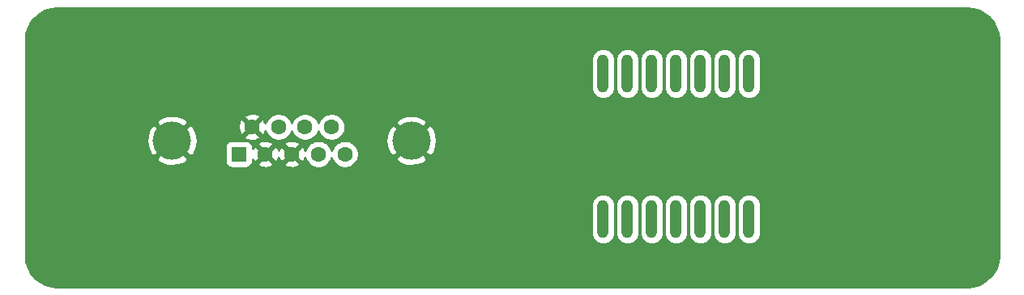
<source format=gbr>
G04 #@! TF.GenerationSoftware,KiCad,Pcbnew,(5.1.5-0)*
G04 #@! TF.CreationDate,2020-12-28T17:14:56-07:00*
G04 #@! TF.ProjectId,back_v2,6261636b-5f76-4322-9e6b-696361645f70,rev?*
G04 #@! TF.SameCoordinates,Original*
G04 #@! TF.FileFunction,Copper,L2,Bot*
G04 #@! TF.FilePolarity,Positive*
%FSLAX46Y46*%
G04 Gerber Fmt 4.6, Leading zero omitted, Abs format (unit mm)*
G04 Created by KiCad (PCBNEW (5.1.5-0)) date 2020-12-28 17:14:56*
%MOMM*%
%LPD*%
G04 APERTURE LIST*
%ADD10O,1.200000X4.000000*%
%ADD11C,4.000000*%
%ADD12C,1.600000*%
%ADD13R,1.600000X1.600000*%
%ADD14C,5.800000*%
%ADD15C,0.254000*%
G04 APERTURE END LIST*
D10*
X157080000Y-118820000D03*
X157080000Y-103580000D03*
X159620000Y-118820000D03*
X159620000Y-103580000D03*
X162160000Y-118820000D03*
X162160000Y-103580000D03*
X164700000Y-118820000D03*
X164700000Y-103580000D03*
X167240000Y-118820000D03*
X167240000Y-103580000D03*
X169780000Y-118820000D03*
X169780000Y-103580000D03*
X172320000Y-118820000D03*
X172320000Y-103580000D03*
D11*
X137040000Y-110580000D03*
X112040000Y-110580000D03*
D12*
X128695000Y-109160000D03*
X125925000Y-109160000D03*
X123155000Y-109160000D03*
X120385000Y-109160000D03*
X130080000Y-112000000D03*
X127310000Y-112000000D03*
X124540000Y-112000000D03*
X121770000Y-112000000D03*
D13*
X119000000Y-112000000D03*
D14*
X100000000Y-100000000D03*
X100000000Y-122630000D03*
X195130000Y-100000000D03*
X195130000Y-122630000D03*
D15*
G36*
X195765502Y-96790476D02*
G01*
X196376802Y-96975039D01*
X196940603Y-97274817D01*
X197435445Y-97678399D01*
X197842474Y-98170412D01*
X198146184Y-98732112D01*
X198335008Y-99342104D01*
X198405000Y-100008036D01*
X198405001Y-122597712D01*
X198339524Y-123265501D01*
X198154962Y-123876800D01*
X197855183Y-124440603D01*
X197451598Y-124935447D01*
X196959587Y-125342474D01*
X196397888Y-125646184D01*
X195787896Y-125835008D01*
X195121964Y-125905000D01*
X100032278Y-125905000D01*
X99364499Y-125839524D01*
X98753200Y-125654962D01*
X98189397Y-125355183D01*
X97694553Y-124951598D01*
X97287526Y-124459587D01*
X96983816Y-123897888D01*
X96794992Y-123287896D01*
X96725000Y-122621964D01*
X96725000Y-120280664D01*
X155845000Y-120280664D01*
X155862870Y-120462101D01*
X155933489Y-120694900D01*
X156048167Y-120909448D01*
X156202498Y-121097502D01*
X156390551Y-121251833D01*
X156605099Y-121366511D01*
X156837898Y-121437130D01*
X157080000Y-121460975D01*
X157322101Y-121437130D01*
X157554900Y-121366511D01*
X157769448Y-121251833D01*
X157957502Y-121097502D01*
X158111833Y-120909449D01*
X158226511Y-120694901D01*
X158297130Y-120462102D01*
X158315000Y-120280665D01*
X158315000Y-120280664D01*
X158385000Y-120280664D01*
X158402870Y-120462101D01*
X158473489Y-120694900D01*
X158588167Y-120909448D01*
X158742498Y-121097502D01*
X158930551Y-121251833D01*
X159145099Y-121366511D01*
X159377898Y-121437130D01*
X159620000Y-121460975D01*
X159862101Y-121437130D01*
X160094900Y-121366511D01*
X160309448Y-121251833D01*
X160497502Y-121097502D01*
X160651833Y-120909449D01*
X160766511Y-120694901D01*
X160837130Y-120462102D01*
X160855000Y-120280665D01*
X160855000Y-120280664D01*
X160925000Y-120280664D01*
X160942870Y-120462101D01*
X161013489Y-120694900D01*
X161128167Y-120909448D01*
X161282498Y-121097502D01*
X161470551Y-121251833D01*
X161685099Y-121366511D01*
X161917898Y-121437130D01*
X162160000Y-121460975D01*
X162402101Y-121437130D01*
X162634900Y-121366511D01*
X162849448Y-121251833D01*
X163037502Y-121097502D01*
X163191833Y-120909449D01*
X163306511Y-120694901D01*
X163377130Y-120462102D01*
X163395000Y-120280665D01*
X163395000Y-120280664D01*
X163465000Y-120280664D01*
X163482870Y-120462101D01*
X163553489Y-120694900D01*
X163668167Y-120909448D01*
X163822498Y-121097502D01*
X164010551Y-121251833D01*
X164225099Y-121366511D01*
X164457898Y-121437130D01*
X164700000Y-121460975D01*
X164942101Y-121437130D01*
X165174900Y-121366511D01*
X165389448Y-121251833D01*
X165577502Y-121097502D01*
X165731833Y-120909449D01*
X165846511Y-120694901D01*
X165917130Y-120462102D01*
X165935000Y-120280665D01*
X165935000Y-120280664D01*
X166005000Y-120280664D01*
X166022870Y-120462101D01*
X166093489Y-120694900D01*
X166208167Y-120909448D01*
X166362498Y-121097502D01*
X166550551Y-121251833D01*
X166765099Y-121366511D01*
X166997898Y-121437130D01*
X167240000Y-121460975D01*
X167482101Y-121437130D01*
X167714900Y-121366511D01*
X167929448Y-121251833D01*
X168117502Y-121097502D01*
X168271833Y-120909449D01*
X168386511Y-120694901D01*
X168457130Y-120462102D01*
X168475000Y-120280665D01*
X168475000Y-120280664D01*
X168545000Y-120280664D01*
X168562870Y-120462101D01*
X168633489Y-120694900D01*
X168748167Y-120909448D01*
X168902498Y-121097502D01*
X169090551Y-121251833D01*
X169305099Y-121366511D01*
X169537898Y-121437130D01*
X169780000Y-121460975D01*
X170022101Y-121437130D01*
X170254900Y-121366511D01*
X170469448Y-121251833D01*
X170657502Y-121097502D01*
X170811833Y-120909449D01*
X170926511Y-120694901D01*
X170997130Y-120462102D01*
X171015000Y-120280665D01*
X171015000Y-120280664D01*
X171085000Y-120280664D01*
X171102870Y-120462101D01*
X171173489Y-120694900D01*
X171288167Y-120909448D01*
X171442498Y-121097502D01*
X171630551Y-121251833D01*
X171845099Y-121366511D01*
X172077898Y-121437130D01*
X172320000Y-121460975D01*
X172562101Y-121437130D01*
X172794900Y-121366511D01*
X173009448Y-121251833D01*
X173197502Y-121097502D01*
X173351833Y-120909449D01*
X173466511Y-120694901D01*
X173537130Y-120462102D01*
X173555000Y-120280665D01*
X173555000Y-117359335D01*
X173537130Y-117177898D01*
X173466511Y-116945099D01*
X173351833Y-116730551D01*
X173197502Y-116542498D01*
X173009449Y-116388167D01*
X172794901Y-116273489D01*
X172562102Y-116202870D01*
X172320000Y-116179025D01*
X172077899Y-116202870D01*
X171845100Y-116273489D01*
X171630552Y-116388167D01*
X171442499Y-116542498D01*
X171288168Y-116730551D01*
X171173490Y-116945099D01*
X171102871Y-117177898D01*
X171085001Y-117359335D01*
X171085000Y-120280664D01*
X171015000Y-120280664D01*
X171015000Y-117359335D01*
X170997130Y-117177898D01*
X170926511Y-116945099D01*
X170811833Y-116730551D01*
X170657502Y-116542498D01*
X170469449Y-116388167D01*
X170254901Y-116273489D01*
X170022102Y-116202870D01*
X169780000Y-116179025D01*
X169537899Y-116202870D01*
X169305100Y-116273489D01*
X169090552Y-116388167D01*
X168902499Y-116542498D01*
X168748168Y-116730551D01*
X168633490Y-116945099D01*
X168562871Y-117177898D01*
X168545001Y-117359335D01*
X168545000Y-120280664D01*
X168475000Y-120280664D01*
X168475000Y-117359335D01*
X168457130Y-117177898D01*
X168386511Y-116945099D01*
X168271833Y-116730551D01*
X168117502Y-116542498D01*
X167929449Y-116388167D01*
X167714901Y-116273489D01*
X167482102Y-116202870D01*
X167240000Y-116179025D01*
X166997899Y-116202870D01*
X166765100Y-116273489D01*
X166550552Y-116388167D01*
X166362499Y-116542498D01*
X166208168Y-116730551D01*
X166093490Y-116945099D01*
X166022871Y-117177898D01*
X166005001Y-117359335D01*
X166005000Y-120280664D01*
X165935000Y-120280664D01*
X165935000Y-117359335D01*
X165917130Y-117177898D01*
X165846511Y-116945099D01*
X165731833Y-116730551D01*
X165577502Y-116542498D01*
X165389449Y-116388167D01*
X165174901Y-116273489D01*
X164942102Y-116202870D01*
X164700000Y-116179025D01*
X164457899Y-116202870D01*
X164225100Y-116273489D01*
X164010552Y-116388167D01*
X163822499Y-116542498D01*
X163668168Y-116730551D01*
X163553490Y-116945099D01*
X163482871Y-117177898D01*
X163465001Y-117359335D01*
X163465000Y-120280664D01*
X163395000Y-120280664D01*
X163395000Y-117359335D01*
X163377130Y-117177898D01*
X163306511Y-116945099D01*
X163191833Y-116730551D01*
X163037502Y-116542498D01*
X162849449Y-116388167D01*
X162634901Y-116273489D01*
X162402102Y-116202870D01*
X162160000Y-116179025D01*
X161917899Y-116202870D01*
X161685100Y-116273489D01*
X161470552Y-116388167D01*
X161282499Y-116542498D01*
X161128168Y-116730551D01*
X161013490Y-116945099D01*
X160942871Y-117177898D01*
X160925001Y-117359335D01*
X160925000Y-120280664D01*
X160855000Y-120280664D01*
X160855000Y-117359335D01*
X160837130Y-117177898D01*
X160766511Y-116945099D01*
X160651833Y-116730551D01*
X160497502Y-116542498D01*
X160309449Y-116388167D01*
X160094901Y-116273489D01*
X159862102Y-116202870D01*
X159620000Y-116179025D01*
X159377899Y-116202870D01*
X159145100Y-116273489D01*
X158930552Y-116388167D01*
X158742499Y-116542498D01*
X158588168Y-116730551D01*
X158473490Y-116945099D01*
X158402871Y-117177898D01*
X158385001Y-117359335D01*
X158385000Y-120280664D01*
X158315000Y-120280664D01*
X158315000Y-117359335D01*
X158297130Y-117177898D01*
X158226511Y-116945099D01*
X158111833Y-116730551D01*
X157957502Y-116542498D01*
X157769449Y-116388167D01*
X157554901Y-116273489D01*
X157322102Y-116202870D01*
X157080000Y-116179025D01*
X156837899Y-116202870D01*
X156605100Y-116273489D01*
X156390552Y-116388167D01*
X156202499Y-116542498D01*
X156048168Y-116730551D01*
X155933490Y-116945099D01*
X155862871Y-117177898D01*
X155845001Y-117359335D01*
X155845000Y-120280664D01*
X96725000Y-120280664D01*
X96725000Y-112427499D01*
X110372106Y-112427499D01*
X110588228Y-112794258D01*
X111048105Y-113034938D01*
X111546098Y-113181275D01*
X112063071Y-113227648D01*
X112579159Y-113172273D01*
X113074526Y-113017279D01*
X113491772Y-112794258D01*
X113707894Y-112427499D01*
X112040000Y-110759605D01*
X110372106Y-112427499D01*
X96725000Y-112427499D01*
X96725000Y-110603071D01*
X109392352Y-110603071D01*
X109447727Y-111119159D01*
X109602721Y-111614526D01*
X109825742Y-112031772D01*
X110192501Y-112247894D01*
X111860395Y-110580000D01*
X112219605Y-110580000D01*
X113887499Y-112247894D01*
X114254258Y-112031772D01*
X114494938Y-111571895D01*
X114604220Y-111200000D01*
X117561928Y-111200000D01*
X117561928Y-112800000D01*
X117574188Y-112924482D01*
X117610498Y-113044180D01*
X117669463Y-113154494D01*
X117748815Y-113251185D01*
X117845506Y-113330537D01*
X117955820Y-113389502D01*
X118075518Y-113425812D01*
X118200000Y-113438072D01*
X119800000Y-113438072D01*
X119924482Y-113425812D01*
X120044180Y-113389502D01*
X120154494Y-113330537D01*
X120251185Y-113251185D01*
X120330537Y-113154494D01*
X120389502Y-113044180D01*
X120405117Y-112992702D01*
X120956903Y-112992702D01*
X121028486Y-113236671D01*
X121283996Y-113357571D01*
X121558184Y-113426300D01*
X121840512Y-113440217D01*
X122120130Y-113398787D01*
X122386292Y-113303603D01*
X122511514Y-113236671D01*
X122583097Y-112992702D01*
X123726903Y-112992702D01*
X123798486Y-113236671D01*
X124053996Y-113357571D01*
X124328184Y-113426300D01*
X124610512Y-113440217D01*
X124890130Y-113398787D01*
X125156292Y-113303603D01*
X125281514Y-113236671D01*
X125353097Y-112992702D01*
X124540000Y-112179605D01*
X123726903Y-112992702D01*
X122583097Y-112992702D01*
X121770000Y-112179605D01*
X120956903Y-112992702D01*
X120405117Y-112992702D01*
X120425812Y-112924482D01*
X120438072Y-112800000D01*
X120438072Y-112537087D01*
X120466397Y-112616292D01*
X120533329Y-112741514D01*
X120777298Y-112813097D01*
X121590395Y-112000000D01*
X121949605Y-112000000D01*
X122762702Y-112813097D01*
X123006671Y-112741514D01*
X123127571Y-112486004D01*
X123153216Y-112383695D01*
X123236397Y-112616292D01*
X123303329Y-112741514D01*
X123547298Y-112813097D01*
X124360395Y-112000000D01*
X124719605Y-112000000D01*
X125532702Y-112813097D01*
X125776671Y-112741514D01*
X125897571Y-112486004D01*
X125923212Y-112383711D01*
X125930147Y-112418574D01*
X126038320Y-112679727D01*
X126195363Y-112914759D01*
X126395241Y-113114637D01*
X126630273Y-113271680D01*
X126891426Y-113379853D01*
X127168665Y-113435000D01*
X127451335Y-113435000D01*
X127728574Y-113379853D01*
X127989727Y-113271680D01*
X128224759Y-113114637D01*
X128424637Y-112914759D01*
X128581680Y-112679727D01*
X128689853Y-112418574D01*
X128695000Y-112392699D01*
X128700147Y-112418574D01*
X128808320Y-112679727D01*
X128965363Y-112914759D01*
X129165241Y-113114637D01*
X129400273Y-113271680D01*
X129661426Y-113379853D01*
X129938665Y-113435000D01*
X130221335Y-113435000D01*
X130498574Y-113379853D01*
X130759727Y-113271680D01*
X130994759Y-113114637D01*
X131194637Y-112914759D01*
X131351680Y-112679727D01*
X131456156Y-112427499D01*
X135372106Y-112427499D01*
X135588228Y-112794258D01*
X136048105Y-113034938D01*
X136546098Y-113181275D01*
X137063071Y-113227648D01*
X137579159Y-113172273D01*
X138074526Y-113017279D01*
X138491772Y-112794258D01*
X138707894Y-112427499D01*
X137040000Y-110759605D01*
X135372106Y-112427499D01*
X131456156Y-112427499D01*
X131459853Y-112418574D01*
X131515000Y-112141335D01*
X131515000Y-111858665D01*
X131459853Y-111581426D01*
X131351680Y-111320273D01*
X131194637Y-111085241D01*
X130994759Y-110885363D01*
X130759727Y-110728320D01*
X130498574Y-110620147D01*
X130412729Y-110603071D01*
X134392352Y-110603071D01*
X134447727Y-111119159D01*
X134602721Y-111614526D01*
X134825742Y-112031772D01*
X135192501Y-112247894D01*
X136860395Y-110580000D01*
X137219605Y-110580000D01*
X138887499Y-112247894D01*
X139254258Y-112031772D01*
X139494938Y-111571895D01*
X139641275Y-111073902D01*
X139687648Y-110556929D01*
X139632273Y-110040841D01*
X139477279Y-109545474D01*
X139254258Y-109128228D01*
X138887499Y-108912106D01*
X137219605Y-110580000D01*
X136860395Y-110580000D01*
X135192501Y-108912106D01*
X134825742Y-109128228D01*
X134585062Y-109588105D01*
X134438725Y-110086098D01*
X134392352Y-110603071D01*
X130412729Y-110603071D01*
X130221335Y-110565000D01*
X129938665Y-110565000D01*
X129661426Y-110620147D01*
X129400273Y-110728320D01*
X129165241Y-110885363D01*
X128965363Y-111085241D01*
X128808320Y-111320273D01*
X128700147Y-111581426D01*
X128695000Y-111607301D01*
X128689853Y-111581426D01*
X128581680Y-111320273D01*
X128424637Y-111085241D01*
X128224759Y-110885363D01*
X127989727Y-110728320D01*
X127728574Y-110620147D01*
X127451335Y-110565000D01*
X127168665Y-110565000D01*
X126891426Y-110620147D01*
X126630273Y-110728320D01*
X126395241Y-110885363D01*
X126195363Y-111085241D01*
X126038320Y-111320273D01*
X125930147Y-111581426D01*
X125924487Y-111609882D01*
X125843603Y-111383708D01*
X125776671Y-111258486D01*
X125532702Y-111186903D01*
X124719605Y-112000000D01*
X124360395Y-112000000D01*
X123547298Y-111186903D01*
X123303329Y-111258486D01*
X123182429Y-111513996D01*
X123156784Y-111616305D01*
X123073603Y-111383708D01*
X123006671Y-111258486D01*
X122762702Y-111186903D01*
X121949605Y-112000000D01*
X121590395Y-112000000D01*
X120777298Y-111186903D01*
X120533329Y-111258486D01*
X120438072Y-111459802D01*
X120438072Y-111200000D01*
X120425812Y-111075518D01*
X120405118Y-111007298D01*
X120956903Y-111007298D01*
X121770000Y-111820395D01*
X122583097Y-111007298D01*
X123726903Y-111007298D01*
X124540000Y-111820395D01*
X125353097Y-111007298D01*
X125281514Y-110763329D01*
X125026004Y-110642429D01*
X124751816Y-110573700D01*
X124469488Y-110559783D01*
X124189870Y-110601213D01*
X123923708Y-110696397D01*
X123798486Y-110763329D01*
X123726903Y-111007298D01*
X122583097Y-111007298D01*
X122511514Y-110763329D01*
X122256004Y-110642429D01*
X121981816Y-110573700D01*
X121699488Y-110559783D01*
X121419870Y-110601213D01*
X121153708Y-110696397D01*
X121028486Y-110763329D01*
X120956903Y-111007298D01*
X120405118Y-111007298D01*
X120389502Y-110955820D01*
X120330537Y-110845506D01*
X120251185Y-110748815D01*
X120154494Y-110669463D01*
X120044180Y-110610498D01*
X119924482Y-110574188D01*
X119800000Y-110561928D01*
X118200000Y-110561928D01*
X118075518Y-110574188D01*
X117955820Y-110610498D01*
X117845506Y-110669463D01*
X117748815Y-110748815D01*
X117669463Y-110845506D01*
X117610498Y-110955820D01*
X117574188Y-111075518D01*
X117561928Y-111200000D01*
X114604220Y-111200000D01*
X114641275Y-111073902D01*
X114687648Y-110556929D01*
X114644276Y-110152702D01*
X119571903Y-110152702D01*
X119643486Y-110396671D01*
X119898996Y-110517571D01*
X120173184Y-110586300D01*
X120455512Y-110600217D01*
X120735130Y-110558787D01*
X121001292Y-110463603D01*
X121126514Y-110396671D01*
X121198097Y-110152702D01*
X120385000Y-109339605D01*
X119571903Y-110152702D01*
X114644276Y-110152702D01*
X114632273Y-110040841D01*
X114477279Y-109545474D01*
X114308930Y-109230512D01*
X118944783Y-109230512D01*
X118986213Y-109510130D01*
X119081397Y-109776292D01*
X119148329Y-109901514D01*
X119392298Y-109973097D01*
X120205395Y-109160000D01*
X120564605Y-109160000D01*
X121377702Y-109973097D01*
X121621671Y-109901514D01*
X121742571Y-109646004D01*
X121768212Y-109543711D01*
X121775147Y-109578574D01*
X121883320Y-109839727D01*
X122040363Y-110074759D01*
X122240241Y-110274637D01*
X122475273Y-110431680D01*
X122736426Y-110539853D01*
X123013665Y-110595000D01*
X123296335Y-110595000D01*
X123573574Y-110539853D01*
X123834727Y-110431680D01*
X124069759Y-110274637D01*
X124269637Y-110074759D01*
X124426680Y-109839727D01*
X124534853Y-109578574D01*
X124540000Y-109552699D01*
X124545147Y-109578574D01*
X124653320Y-109839727D01*
X124810363Y-110074759D01*
X125010241Y-110274637D01*
X125245273Y-110431680D01*
X125506426Y-110539853D01*
X125783665Y-110595000D01*
X126066335Y-110595000D01*
X126343574Y-110539853D01*
X126604727Y-110431680D01*
X126839759Y-110274637D01*
X127039637Y-110074759D01*
X127196680Y-109839727D01*
X127304853Y-109578574D01*
X127310000Y-109552699D01*
X127315147Y-109578574D01*
X127423320Y-109839727D01*
X127580363Y-110074759D01*
X127780241Y-110274637D01*
X128015273Y-110431680D01*
X128276426Y-110539853D01*
X128553665Y-110595000D01*
X128836335Y-110595000D01*
X129113574Y-110539853D01*
X129374727Y-110431680D01*
X129609759Y-110274637D01*
X129809637Y-110074759D01*
X129966680Y-109839727D01*
X130074853Y-109578574D01*
X130130000Y-109301335D01*
X130130000Y-109018665D01*
X130074853Y-108741426D01*
X130071157Y-108732501D01*
X135372106Y-108732501D01*
X137040000Y-110400395D01*
X138707894Y-108732501D01*
X138491772Y-108365742D01*
X138031895Y-108125062D01*
X137533902Y-107978725D01*
X137016929Y-107932352D01*
X136500841Y-107987727D01*
X136005474Y-108142721D01*
X135588228Y-108365742D01*
X135372106Y-108732501D01*
X130071157Y-108732501D01*
X129966680Y-108480273D01*
X129809637Y-108245241D01*
X129609759Y-108045363D01*
X129374727Y-107888320D01*
X129113574Y-107780147D01*
X128836335Y-107725000D01*
X128553665Y-107725000D01*
X128276426Y-107780147D01*
X128015273Y-107888320D01*
X127780241Y-108045363D01*
X127580363Y-108245241D01*
X127423320Y-108480273D01*
X127315147Y-108741426D01*
X127310000Y-108767301D01*
X127304853Y-108741426D01*
X127196680Y-108480273D01*
X127039637Y-108245241D01*
X126839759Y-108045363D01*
X126604727Y-107888320D01*
X126343574Y-107780147D01*
X126066335Y-107725000D01*
X125783665Y-107725000D01*
X125506426Y-107780147D01*
X125245273Y-107888320D01*
X125010241Y-108045363D01*
X124810363Y-108245241D01*
X124653320Y-108480273D01*
X124545147Y-108741426D01*
X124540000Y-108767301D01*
X124534853Y-108741426D01*
X124426680Y-108480273D01*
X124269637Y-108245241D01*
X124069759Y-108045363D01*
X123834727Y-107888320D01*
X123573574Y-107780147D01*
X123296335Y-107725000D01*
X123013665Y-107725000D01*
X122736426Y-107780147D01*
X122475273Y-107888320D01*
X122240241Y-108045363D01*
X122040363Y-108245241D01*
X121883320Y-108480273D01*
X121775147Y-108741426D01*
X121769487Y-108769882D01*
X121688603Y-108543708D01*
X121621671Y-108418486D01*
X121377702Y-108346903D01*
X120564605Y-109160000D01*
X120205395Y-109160000D01*
X119392298Y-108346903D01*
X119148329Y-108418486D01*
X119027429Y-108673996D01*
X118958700Y-108948184D01*
X118944783Y-109230512D01*
X114308930Y-109230512D01*
X114254258Y-109128228D01*
X113887499Y-108912106D01*
X112219605Y-110580000D01*
X111860395Y-110580000D01*
X110192501Y-108912106D01*
X109825742Y-109128228D01*
X109585062Y-109588105D01*
X109438725Y-110086098D01*
X109392352Y-110603071D01*
X96725000Y-110603071D01*
X96725000Y-108732501D01*
X110372106Y-108732501D01*
X112040000Y-110400395D01*
X113707894Y-108732501D01*
X113491772Y-108365742D01*
X113112598Y-108167298D01*
X119571903Y-108167298D01*
X120385000Y-108980395D01*
X121198097Y-108167298D01*
X121126514Y-107923329D01*
X120871004Y-107802429D01*
X120596816Y-107733700D01*
X120314488Y-107719783D01*
X120034870Y-107761213D01*
X119768708Y-107856397D01*
X119643486Y-107923329D01*
X119571903Y-108167298D01*
X113112598Y-108167298D01*
X113031895Y-108125062D01*
X112533902Y-107978725D01*
X112016929Y-107932352D01*
X111500841Y-107987727D01*
X111005474Y-108142721D01*
X110588228Y-108365742D01*
X110372106Y-108732501D01*
X96725000Y-108732501D01*
X96725000Y-105040664D01*
X155845000Y-105040664D01*
X155862870Y-105222101D01*
X155933489Y-105454900D01*
X156048167Y-105669448D01*
X156202498Y-105857502D01*
X156390551Y-106011833D01*
X156605099Y-106126511D01*
X156837898Y-106197130D01*
X157080000Y-106220975D01*
X157322101Y-106197130D01*
X157554900Y-106126511D01*
X157769448Y-106011833D01*
X157957502Y-105857502D01*
X158111833Y-105669449D01*
X158226511Y-105454901D01*
X158297130Y-105222102D01*
X158315000Y-105040665D01*
X158315000Y-105040664D01*
X158385000Y-105040664D01*
X158402870Y-105222101D01*
X158473489Y-105454900D01*
X158588167Y-105669448D01*
X158742498Y-105857502D01*
X158930551Y-106011833D01*
X159145099Y-106126511D01*
X159377898Y-106197130D01*
X159620000Y-106220975D01*
X159862101Y-106197130D01*
X160094900Y-106126511D01*
X160309448Y-106011833D01*
X160497502Y-105857502D01*
X160651833Y-105669449D01*
X160766511Y-105454901D01*
X160837130Y-105222102D01*
X160855000Y-105040665D01*
X160855000Y-105040664D01*
X160925000Y-105040664D01*
X160942870Y-105222101D01*
X161013489Y-105454900D01*
X161128167Y-105669448D01*
X161282498Y-105857502D01*
X161470551Y-106011833D01*
X161685099Y-106126511D01*
X161917898Y-106197130D01*
X162160000Y-106220975D01*
X162402101Y-106197130D01*
X162634900Y-106126511D01*
X162849448Y-106011833D01*
X163037502Y-105857502D01*
X163191833Y-105669449D01*
X163306511Y-105454901D01*
X163377130Y-105222102D01*
X163395000Y-105040665D01*
X163395000Y-105040664D01*
X163465000Y-105040664D01*
X163482870Y-105222101D01*
X163553489Y-105454900D01*
X163668167Y-105669448D01*
X163822498Y-105857502D01*
X164010551Y-106011833D01*
X164225099Y-106126511D01*
X164457898Y-106197130D01*
X164700000Y-106220975D01*
X164942101Y-106197130D01*
X165174900Y-106126511D01*
X165389448Y-106011833D01*
X165577502Y-105857502D01*
X165731833Y-105669449D01*
X165846511Y-105454901D01*
X165917130Y-105222102D01*
X165935000Y-105040665D01*
X165935000Y-105040664D01*
X166005000Y-105040664D01*
X166022870Y-105222101D01*
X166093489Y-105454900D01*
X166208167Y-105669448D01*
X166362498Y-105857502D01*
X166550551Y-106011833D01*
X166765099Y-106126511D01*
X166997898Y-106197130D01*
X167240000Y-106220975D01*
X167482101Y-106197130D01*
X167714900Y-106126511D01*
X167929448Y-106011833D01*
X168117502Y-105857502D01*
X168271833Y-105669449D01*
X168386511Y-105454901D01*
X168457130Y-105222102D01*
X168475000Y-105040665D01*
X168475000Y-105040664D01*
X168545000Y-105040664D01*
X168562870Y-105222101D01*
X168633489Y-105454900D01*
X168748167Y-105669448D01*
X168902498Y-105857502D01*
X169090551Y-106011833D01*
X169305099Y-106126511D01*
X169537898Y-106197130D01*
X169780000Y-106220975D01*
X170022101Y-106197130D01*
X170254900Y-106126511D01*
X170469448Y-106011833D01*
X170657502Y-105857502D01*
X170811833Y-105669449D01*
X170926511Y-105454901D01*
X170997130Y-105222102D01*
X171015000Y-105040665D01*
X171015000Y-105040664D01*
X171085000Y-105040664D01*
X171102870Y-105222101D01*
X171173489Y-105454900D01*
X171288167Y-105669448D01*
X171442498Y-105857502D01*
X171630551Y-106011833D01*
X171845099Y-106126511D01*
X172077898Y-106197130D01*
X172320000Y-106220975D01*
X172562101Y-106197130D01*
X172794900Y-106126511D01*
X173009448Y-106011833D01*
X173197502Y-105857502D01*
X173351833Y-105669449D01*
X173466511Y-105454901D01*
X173537130Y-105222102D01*
X173555000Y-105040665D01*
X173555000Y-102119335D01*
X173537130Y-101937898D01*
X173466511Y-101705099D01*
X173351833Y-101490551D01*
X173197502Y-101302498D01*
X173009449Y-101148167D01*
X172794901Y-101033489D01*
X172562102Y-100962870D01*
X172320000Y-100939025D01*
X172077899Y-100962870D01*
X171845100Y-101033489D01*
X171630552Y-101148167D01*
X171442499Y-101302498D01*
X171288168Y-101490551D01*
X171173490Y-101705099D01*
X171102871Y-101937898D01*
X171085001Y-102119335D01*
X171085000Y-105040664D01*
X171015000Y-105040664D01*
X171015000Y-102119335D01*
X170997130Y-101937898D01*
X170926511Y-101705099D01*
X170811833Y-101490551D01*
X170657502Y-101302498D01*
X170469449Y-101148167D01*
X170254901Y-101033489D01*
X170022102Y-100962870D01*
X169780000Y-100939025D01*
X169537899Y-100962870D01*
X169305100Y-101033489D01*
X169090552Y-101148167D01*
X168902499Y-101302498D01*
X168748168Y-101490551D01*
X168633490Y-101705099D01*
X168562871Y-101937898D01*
X168545001Y-102119335D01*
X168545000Y-105040664D01*
X168475000Y-105040664D01*
X168475000Y-102119335D01*
X168457130Y-101937898D01*
X168386511Y-101705099D01*
X168271833Y-101490551D01*
X168117502Y-101302498D01*
X167929449Y-101148167D01*
X167714901Y-101033489D01*
X167482102Y-100962870D01*
X167240000Y-100939025D01*
X166997899Y-100962870D01*
X166765100Y-101033489D01*
X166550552Y-101148167D01*
X166362499Y-101302498D01*
X166208168Y-101490551D01*
X166093490Y-101705099D01*
X166022871Y-101937898D01*
X166005001Y-102119335D01*
X166005000Y-105040664D01*
X165935000Y-105040664D01*
X165935000Y-102119335D01*
X165917130Y-101937898D01*
X165846511Y-101705099D01*
X165731833Y-101490551D01*
X165577502Y-101302498D01*
X165389449Y-101148167D01*
X165174901Y-101033489D01*
X164942102Y-100962870D01*
X164700000Y-100939025D01*
X164457899Y-100962870D01*
X164225100Y-101033489D01*
X164010552Y-101148167D01*
X163822499Y-101302498D01*
X163668168Y-101490551D01*
X163553490Y-101705099D01*
X163482871Y-101937898D01*
X163465001Y-102119335D01*
X163465000Y-105040664D01*
X163395000Y-105040664D01*
X163395000Y-102119335D01*
X163377130Y-101937898D01*
X163306511Y-101705099D01*
X163191833Y-101490551D01*
X163037502Y-101302498D01*
X162849449Y-101148167D01*
X162634901Y-101033489D01*
X162402102Y-100962870D01*
X162160000Y-100939025D01*
X161917899Y-100962870D01*
X161685100Y-101033489D01*
X161470552Y-101148167D01*
X161282499Y-101302498D01*
X161128168Y-101490551D01*
X161013490Y-101705099D01*
X160942871Y-101937898D01*
X160925001Y-102119335D01*
X160925000Y-105040664D01*
X160855000Y-105040664D01*
X160855000Y-102119335D01*
X160837130Y-101937898D01*
X160766511Y-101705099D01*
X160651833Y-101490551D01*
X160497502Y-101302498D01*
X160309449Y-101148167D01*
X160094901Y-101033489D01*
X159862102Y-100962870D01*
X159620000Y-100939025D01*
X159377899Y-100962870D01*
X159145100Y-101033489D01*
X158930552Y-101148167D01*
X158742499Y-101302498D01*
X158588168Y-101490551D01*
X158473490Y-101705099D01*
X158402871Y-101937898D01*
X158385001Y-102119335D01*
X158385000Y-105040664D01*
X158315000Y-105040664D01*
X158315000Y-102119335D01*
X158297130Y-101937898D01*
X158226511Y-101705099D01*
X158111833Y-101490551D01*
X157957502Y-101302498D01*
X157769449Y-101148167D01*
X157554901Y-101033489D01*
X157322102Y-100962870D01*
X157080000Y-100939025D01*
X156837899Y-100962870D01*
X156605100Y-101033489D01*
X156390552Y-101148167D01*
X156202499Y-101302498D01*
X156048168Y-101490551D01*
X155933490Y-101705099D01*
X155862871Y-101937898D01*
X155845001Y-102119335D01*
X155845000Y-105040664D01*
X96725000Y-105040664D01*
X96725000Y-100032278D01*
X96790476Y-99364498D01*
X96975039Y-98753198D01*
X97274817Y-98189397D01*
X97678399Y-97694555D01*
X98170412Y-97287526D01*
X98732112Y-96983816D01*
X99342104Y-96794992D01*
X100008036Y-96725000D01*
X195097722Y-96725000D01*
X195765502Y-96790476D01*
G37*
X195765502Y-96790476D02*
X196376802Y-96975039D01*
X196940603Y-97274817D01*
X197435445Y-97678399D01*
X197842474Y-98170412D01*
X198146184Y-98732112D01*
X198335008Y-99342104D01*
X198405000Y-100008036D01*
X198405001Y-122597712D01*
X198339524Y-123265501D01*
X198154962Y-123876800D01*
X197855183Y-124440603D01*
X197451598Y-124935447D01*
X196959587Y-125342474D01*
X196397888Y-125646184D01*
X195787896Y-125835008D01*
X195121964Y-125905000D01*
X100032278Y-125905000D01*
X99364499Y-125839524D01*
X98753200Y-125654962D01*
X98189397Y-125355183D01*
X97694553Y-124951598D01*
X97287526Y-124459587D01*
X96983816Y-123897888D01*
X96794992Y-123287896D01*
X96725000Y-122621964D01*
X96725000Y-120280664D01*
X155845000Y-120280664D01*
X155862870Y-120462101D01*
X155933489Y-120694900D01*
X156048167Y-120909448D01*
X156202498Y-121097502D01*
X156390551Y-121251833D01*
X156605099Y-121366511D01*
X156837898Y-121437130D01*
X157080000Y-121460975D01*
X157322101Y-121437130D01*
X157554900Y-121366511D01*
X157769448Y-121251833D01*
X157957502Y-121097502D01*
X158111833Y-120909449D01*
X158226511Y-120694901D01*
X158297130Y-120462102D01*
X158315000Y-120280665D01*
X158315000Y-120280664D01*
X158385000Y-120280664D01*
X158402870Y-120462101D01*
X158473489Y-120694900D01*
X158588167Y-120909448D01*
X158742498Y-121097502D01*
X158930551Y-121251833D01*
X159145099Y-121366511D01*
X159377898Y-121437130D01*
X159620000Y-121460975D01*
X159862101Y-121437130D01*
X160094900Y-121366511D01*
X160309448Y-121251833D01*
X160497502Y-121097502D01*
X160651833Y-120909449D01*
X160766511Y-120694901D01*
X160837130Y-120462102D01*
X160855000Y-120280665D01*
X160855000Y-120280664D01*
X160925000Y-120280664D01*
X160942870Y-120462101D01*
X161013489Y-120694900D01*
X161128167Y-120909448D01*
X161282498Y-121097502D01*
X161470551Y-121251833D01*
X161685099Y-121366511D01*
X161917898Y-121437130D01*
X162160000Y-121460975D01*
X162402101Y-121437130D01*
X162634900Y-121366511D01*
X162849448Y-121251833D01*
X163037502Y-121097502D01*
X163191833Y-120909449D01*
X163306511Y-120694901D01*
X163377130Y-120462102D01*
X163395000Y-120280665D01*
X163395000Y-120280664D01*
X163465000Y-120280664D01*
X163482870Y-120462101D01*
X163553489Y-120694900D01*
X163668167Y-120909448D01*
X163822498Y-121097502D01*
X164010551Y-121251833D01*
X164225099Y-121366511D01*
X164457898Y-121437130D01*
X164700000Y-121460975D01*
X164942101Y-121437130D01*
X165174900Y-121366511D01*
X165389448Y-121251833D01*
X165577502Y-121097502D01*
X165731833Y-120909449D01*
X165846511Y-120694901D01*
X165917130Y-120462102D01*
X165935000Y-120280665D01*
X165935000Y-120280664D01*
X166005000Y-120280664D01*
X166022870Y-120462101D01*
X166093489Y-120694900D01*
X166208167Y-120909448D01*
X166362498Y-121097502D01*
X166550551Y-121251833D01*
X166765099Y-121366511D01*
X166997898Y-121437130D01*
X167240000Y-121460975D01*
X167482101Y-121437130D01*
X167714900Y-121366511D01*
X167929448Y-121251833D01*
X168117502Y-121097502D01*
X168271833Y-120909449D01*
X168386511Y-120694901D01*
X168457130Y-120462102D01*
X168475000Y-120280665D01*
X168475000Y-120280664D01*
X168545000Y-120280664D01*
X168562870Y-120462101D01*
X168633489Y-120694900D01*
X168748167Y-120909448D01*
X168902498Y-121097502D01*
X169090551Y-121251833D01*
X169305099Y-121366511D01*
X169537898Y-121437130D01*
X169780000Y-121460975D01*
X170022101Y-121437130D01*
X170254900Y-121366511D01*
X170469448Y-121251833D01*
X170657502Y-121097502D01*
X170811833Y-120909449D01*
X170926511Y-120694901D01*
X170997130Y-120462102D01*
X171015000Y-120280665D01*
X171015000Y-120280664D01*
X171085000Y-120280664D01*
X171102870Y-120462101D01*
X171173489Y-120694900D01*
X171288167Y-120909448D01*
X171442498Y-121097502D01*
X171630551Y-121251833D01*
X171845099Y-121366511D01*
X172077898Y-121437130D01*
X172320000Y-121460975D01*
X172562101Y-121437130D01*
X172794900Y-121366511D01*
X173009448Y-121251833D01*
X173197502Y-121097502D01*
X173351833Y-120909449D01*
X173466511Y-120694901D01*
X173537130Y-120462102D01*
X173555000Y-120280665D01*
X173555000Y-117359335D01*
X173537130Y-117177898D01*
X173466511Y-116945099D01*
X173351833Y-116730551D01*
X173197502Y-116542498D01*
X173009449Y-116388167D01*
X172794901Y-116273489D01*
X172562102Y-116202870D01*
X172320000Y-116179025D01*
X172077899Y-116202870D01*
X171845100Y-116273489D01*
X171630552Y-116388167D01*
X171442499Y-116542498D01*
X171288168Y-116730551D01*
X171173490Y-116945099D01*
X171102871Y-117177898D01*
X171085001Y-117359335D01*
X171085000Y-120280664D01*
X171015000Y-120280664D01*
X171015000Y-117359335D01*
X170997130Y-117177898D01*
X170926511Y-116945099D01*
X170811833Y-116730551D01*
X170657502Y-116542498D01*
X170469449Y-116388167D01*
X170254901Y-116273489D01*
X170022102Y-116202870D01*
X169780000Y-116179025D01*
X169537899Y-116202870D01*
X169305100Y-116273489D01*
X169090552Y-116388167D01*
X168902499Y-116542498D01*
X168748168Y-116730551D01*
X168633490Y-116945099D01*
X168562871Y-117177898D01*
X168545001Y-117359335D01*
X168545000Y-120280664D01*
X168475000Y-120280664D01*
X168475000Y-117359335D01*
X168457130Y-117177898D01*
X168386511Y-116945099D01*
X168271833Y-116730551D01*
X168117502Y-116542498D01*
X167929449Y-116388167D01*
X167714901Y-116273489D01*
X167482102Y-116202870D01*
X167240000Y-116179025D01*
X166997899Y-116202870D01*
X166765100Y-116273489D01*
X166550552Y-116388167D01*
X166362499Y-116542498D01*
X166208168Y-116730551D01*
X166093490Y-116945099D01*
X166022871Y-117177898D01*
X166005001Y-117359335D01*
X166005000Y-120280664D01*
X165935000Y-120280664D01*
X165935000Y-117359335D01*
X165917130Y-117177898D01*
X165846511Y-116945099D01*
X165731833Y-116730551D01*
X165577502Y-116542498D01*
X165389449Y-116388167D01*
X165174901Y-116273489D01*
X164942102Y-116202870D01*
X164700000Y-116179025D01*
X164457899Y-116202870D01*
X164225100Y-116273489D01*
X164010552Y-116388167D01*
X163822499Y-116542498D01*
X163668168Y-116730551D01*
X163553490Y-116945099D01*
X163482871Y-117177898D01*
X163465001Y-117359335D01*
X163465000Y-120280664D01*
X163395000Y-120280664D01*
X163395000Y-117359335D01*
X163377130Y-117177898D01*
X163306511Y-116945099D01*
X163191833Y-116730551D01*
X163037502Y-116542498D01*
X162849449Y-116388167D01*
X162634901Y-116273489D01*
X162402102Y-116202870D01*
X162160000Y-116179025D01*
X161917899Y-116202870D01*
X161685100Y-116273489D01*
X161470552Y-116388167D01*
X161282499Y-116542498D01*
X161128168Y-116730551D01*
X161013490Y-116945099D01*
X160942871Y-117177898D01*
X160925001Y-117359335D01*
X160925000Y-120280664D01*
X160855000Y-120280664D01*
X160855000Y-117359335D01*
X160837130Y-117177898D01*
X160766511Y-116945099D01*
X160651833Y-116730551D01*
X160497502Y-116542498D01*
X160309449Y-116388167D01*
X160094901Y-116273489D01*
X159862102Y-116202870D01*
X159620000Y-116179025D01*
X159377899Y-116202870D01*
X159145100Y-116273489D01*
X158930552Y-116388167D01*
X158742499Y-116542498D01*
X158588168Y-116730551D01*
X158473490Y-116945099D01*
X158402871Y-117177898D01*
X158385001Y-117359335D01*
X158385000Y-120280664D01*
X158315000Y-120280664D01*
X158315000Y-117359335D01*
X158297130Y-117177898D01*
X158226511Y-116945099D01*
X158111833Y-116730551D01*
X157957502Y-116542498D01*
X157769449Y-116388167D01*
X157554901Y-116273489D01*
X157322102Y-116202870D01*
X157080000Y-116179025D01*
X156837899Y-116202870D01*
X156605100Y-116273489D01*
X156390552Y-116388167D01*
X156202499Y-116542498D01*
X156048168Y-116730551D01*
X155933490Y-116945099D01*
X155862871Y-117177898D01*
X155845001Y-117359335D01*
X155845000Y-120280664D01*
X96725000Y-120280664D01*
X96725000Y-112427499D01*
X110372106Y-112427499D01*
X110588228Y-112794258D01*
X111048105Y-113034938D01*
X111546098Y-113181275D01*
X112063071Y-113227648D01*
X112579159Y-113172273D01*
X113074526Y-113017279D01*
X113491772Y-112794258D01*
X113707894Y-112427499D01*
X112040000Y-110759605D01*
X110372106Y-112427499D01*
X96725000Y-112427499D01*
X96725000Y-110603071D01*
X109392352Y-110603071D01*
X109447727Y-111119159D01*
X109602721Y-111614526D01*
X109825742Y-112031772D01*
X110192501Y-112247894D01*
X111860395Y-110580000D01*
X112219605Y-110580000D01*
X113887499Y-112247894D01*
X114254258Y-112031772D01*
X114494938Y-111571895D01*
X114604220Y-111200000D01*
X117561928Y-111200000D01*
X117561928Y-112800000D01*
X117574188Y-112924482D01*
X117610498Y-113044180D01*
X117669463Y-113154494D01*
X117748815Y-113251185D01*
X117845506Y-113330537D01*
X117955820Y-113389502D01*
X118075518Y-113425812D01*
X118200000Y-113438072D01*
X119800000Y-113438072D01*
X119924482Y-113425812D01*
X120044180Y-113389502D01*
X120154494Y-113330537D01*
X120251185Y-113251185D01*
X120330537Y-113154494D01*
X120389502Y-113044180D01*
X120405117Y-112992702D01*
X120956903Y-112992702D01*
X121028486Y-113236671D01*
X121283996Y-113357571D01*
X121558184Y-113426300D01*
X121840512Y-113440217D01*
X122120130Y-113398787D01*
X122386292Y-113303603D01*
X122511514Y-113236671D01*
X122583097Y-112992702D01*
X123726903Y-112992702D01*
X123798486Y-113236671D01*
X124053996Y-113357571D01*
X124328184Y-113426300D01*
X124610512Y-113440217D01*
X124890130Y-113398787D01*
X125156292Y-113303603D01*
X125281514Y-113236671D01*
X125353097Y-112992702D01*
X124540000Y-112179605D01*
X123726903Y-112992702D01*
X122583097Y-112992702D01*
X121770000Y-112179605D01*
X120956903Y-112992702D01*
X120405117Y-112992702D01*
X120425812Y-112924482D01*
X120438072Y-112800000D01*
X120438072Y-112537087D01*
X120466397Y-112616292D01*
X120533329Y-112741514D01*
X120777298Y-112813097D01*
X121590395Y-112000000D01*
X121949605Y-112000000D01*
X122762702Y-112813097D01*
X123006671Y-112741514D01*
X123127571Y-112486004D01*
X123153216Y-112383695D01*
X123236397Y-112616292D01*
X123303329Y-112741514D01*
X123547298Y-112813097D01*
X124360395Y-112000000D01*
X124719605Y-112000000D01*
X125532702Y-112813097D01*
X125776671Y-112741514D01*
X125897571Y-112486004D01*
X125923212Y-112383711D01*
X125930147Y-112418574D01*
X126038320Y-112679727D01*
X126195363Y-112914759D01*
X126395241Y-113114637D01*
X126630273Y-113271680D01*
X126891426Y-113379853D01*
X127168665Y-113435000D01*
X127451335Y-113435000D01*
X127728574Y-113379853D01*
X127989727Y-113271680D01*
X128224759Y-113114637D01*
X128424637Y-112914759D01*
X128581680Y-112679727D01*
X128689853Y-112418574D01*
X128695000Y-112392699D01*
X128700147Y-112418574D01*
X128808320Y-112679727D01*
X128965363Y-112914759D01*
X129165241Y-113114637D01*
X129400273Y-113271680D01*
X129661426Y-113379853D01*
X129938665Y-113435000D01*
X130221335Y-113435000D01*
X130498574Y-113379853D01*
X130759727Y-113271680D01*
X130994759Y-113114637D01*
X131194637Y-112914759D01*
X131351680Y-112679727D01*
X131456156Y-112427499D01*
X135372106Y-112427499D01*
X135588228Y-112794258D01*
X136048105Y-113034938D01*
X136546098Y-113181275D01*
X137063071Y-113227648D01*
X137579159Y-113172273D01*
X138074526Y-113017279D01*
X138491772Y-112794258D01*
X138707894Y-112427499D01*
X137040000Y-110759605D01*
X135372106Y-112427499D01*
X131456156Y-112427499D01*
X131459853Y-112418574D01*
X131515000Y-112141335D01*
X131515000Y-111858665D01*
X131459853Y-111581426D01*
X131351680Y-111320273D01*
X131194637Y-111085241D01*
X130994759Y-110885363D01*
X130759727Y-110728320D01*
X130498574Y-110620147D01*
X130412729Y-110603071D01*
X134392352Y-110603071D01*
X134447727Y-111119159D01*
X134602721Y-111614526D01*
X134825742Y-112031772D01*
X135192501Y-112247894D01*
X136860395Y-110580000D01*
X137219605Y-110580000D01*
X138887499Y-112247894D01*
X139254258Y-112031772D01*
X139494938Y-111571895D01*
X139641275Y-111073902D01*
X139687648Y-110556929D01*
X139632273Y-110040841D01*
X139477279Y-109545474D01*
X139254258Y-109128228D01*
X138887499Y-108912106D01*
X137219605Y-110580000D01*
X136860395Y-110580000D01*
X135192501Y-108912106D01*
X134825742Y-109128228D01*
X134585062Y-109588105D01*
X134438725Y-110086098D01*
X134392352Y-110603071D01*
X130412729Y-110603071D01*
X130221335Y-110565000D01*
X129938665Y-110565000D01*
X129661426Y-110620147D01*
X129400273Y-110728320D01*
X129165241Y-110885363D01*
X128965363Y-111085241D01*
X128808320Y-111320273D01*
X128700147Y-111581426D01*
X128695000Y-111607301D01*
X128689853Y-111581426D01*
X128581680Y-111320273D01*
X128424637Y-111085241D01*
X128224759Y-110885363D01*
X127989727Y-110728320D01*
X127728574Y-110620147D01*
X127451335Y-110565000D01*
X127168665Y-110565000D01*
X126891426Y-110620147D01*
X126630273Y-110728320D01*
X126395241Y-110885363D01*
X126195363Y-111085241D01*
X126038320Y-111320273D01*
X125930147Y-111581426D01*
X125924487Y-111609882D01*
X125843603Y-111383708D01*
X125776671Y-111258486D01*
X125532702Y-111186903D01*
X124719605Y-112000000D01*
X124360395Y-112000000D01*
X123547298Y-111186903D01*
X123303329Y-111258486D01*
X123182429Y-111513996D01*
X123156784Y-111616305D01*
X123073603Y-111383708D01*
X123006671Y-111258486D01*
X122762702Y-111186903D01*
X121949605Y-112000000D01*
X121590395Y-112000000D01*
X120777298Y-111186903D01*
X120533329Y-111258486D01*
X120438072Y-111459802D01*
X120438072Y-111200000D01*
X120425812Y-111075518D01*
X120405118Y-111007298D01*
X120956903Y-111007298D01*
X121770000Y-111820395D01*
X122583097Y-111007298D01*
X123726903Y-111007298D01*
X124540000Y-111820395D01*
X125353097Y-111007298D01*
X125281514Y-110763329D01*
X125026004Y-110642429D01*
X124751816Y-110573700D01*
X124469488Y-110559783D01*
X124189870Y-110601213D01*
X123923708Y-110696397D01*
X123798486Y-110763329D01*
X123726903Y-111007298D01*
X122583097Y-111007298D01*
X122511514Y-110763329D01*
X122256004Y-110642429D01*
X121981816Y-110573700D01*
X121699488Y-110559783D01*
X121419870Y-110601213D01*
X121153708Y-110696397D01*
X121028486Y-110763329D01*
X120956903Y-111007298D01*
X120405118Y-111007298D01*
X120389502Y-110955820D01*
X120330537Y-110845506D01*
X120251185Y-110748815D01*
X120154494Y-110669463D01*
X120044180Y-110610498D01*
X119924482Y-110574188D01*
X119800000Y-110561928D01*
X118200000Y-110561928D01*
X118075518Y-110574188D01*
X117955820Y-110610498D01*
X117845506Y-110669463D01*
X117748815Y-110748815D01*
X117669463Y-110845506D01*
X117610498Y-110955820D01*
X117574188Y-111075518D01*
X117561928Y-111200000D01*
X114604220Y-111200000D01*
X114641275Y-111073902D01*
X114687648Y-110556929D01*
X114644276Y-110152702D01*
X119571903Y-110152702D01*
X119643486Y-110396671D01*
X119898996Y-110517571D01*
X120173184Y-110586300D01*
X120455512Y-110600217D01*
X120735130Y-110558787D01*
X121001292Y-110463603D01*
X121126514Y-110396671D01*
X121198097Y-110152702D01*
X120385000Y-109339605D01*
X119571903Y-110152702D01*
X114644276Y-110152702D01*
X114632273Y-110040841D01*
X114477279Y-109545474D01*
X114308930Y-109230512D01*
X118944783Y-109230512D01*
X118986213Y-109510130D01*
X119081397Y-109776292D01*
X119148329Y-109901514D01*
X119392298Y-109973097D01*
X120205395Y-109160000D01*
X120564605Y-109160000D01*
X121377702Y-109973097D01*
X121621671Y-109901514D01*
X121742571Y-109646004D01*
X121768212Y-109543711D01*
X121775147Y-109578574D01*
X121883320Y-109839727D01*
X122040363Y-110074759D01*
X122240241Y-110274637D01*
X122475273Y-110431680D01*
X122736426Y-110539853D01*
X123013665Y-110595000D01*
X123296335Y-110595000D01*
X123573574Y-110539853D01*
X123834727Y-110431680D01*
X124069759Y-110274637D01*
X124269637Y-110074759D01*
X124426680Y-109839727D01*
X124534853Y-109578574D01*
X124540000Y-109552699D01*
X124545147Y-109578574D01*
X124653320Y-109839727D01*
X124810363Y-110074759D01*
X125010241Y-110274637D01*
X125245273Y-110431680D01*
X125506426Y-110539853D01*
X125783665Y-110595000D01*
X126066335Y-110595000D01*
X126343574Y-110539853D01*
X126604727Y-110431680D01*
X126839759Y-110274637D01*
X127039637Y-110074759D01*
X127196680Y-109839727D01*
X127304853Y-109578574D01*
X127310000Y-109552699D01*
X127315147Y-109578574D01*
X127423320Y-109839727D01*
X127580363Y-110074759D01*
X127780241Y-110274637D01*
X128015273Y-110431680D01*
X128276426Y-110539853D01*
X128553665Y-110595000D01*
X128836335Y-110595000D01*
X129113574Y-110539853D01*
X129374727Y-110431680D01*
X129609759Y-110274637D01*
X129809637Y-110074759D01*
X129966680Y-109839727D01*
X130074853Y-109578574D01*
X130130000Y-109301335D01*
X130130000Y-109018665D01*
X130074853Y-108741426D01*
X130071157Y-108732501D01*
X135372106Y-108732501D01*
X137040000Y-110400395D01*
X138707894Y-108732501D01*
X138491772Y-108365742D01*
X138031895Y-108125062D01*
X137533902Y-107978725D01*
X137016929Y-107932352D01*
X136500841Y-107987727D01*
X136005474Y-108142721D01*
X135588228Y-108365742D01*
X135372106Y-108732501D01*
X130071157Y-108732501D01*
X129966680Y-108480273D01*
X129809637Y-108245241D01*
X129609759Y-108045363D01*
X129374727Y-107888320D01*
X129113574Y-107780147D01*
X128836335Y-107725000D01*
X128553665Y-107725000D01*
X128276426Y-107780147D01*
X128015273Y-107888320D01*
X127780241Y-108045363D01*
X127580363Y-108245241D01*
X127423320Y-108480273D01*
X127315147Y-108741426D01*
X127310000Y-108767301D01*
X127304853Y-108741426D01*
X127196680Y-108480273D01*
X127039637Y-108245241D01*
X126839759Y-108045363D01*
X126604727Y-107888320D01*
X126343574Y-107780147D01*
X126066335Y-107725000D01*
X125783665Y-107725000D01*
X125506426Y-107780147D01*
X125245273Y-107888320D01*
X125010241Y-108045363D01*
X124810363Y-108245241D01*
X124653320Y-108480273D01*
X124545147Y-108741426D01*
X124540000Y-108767301D01*
X124534853Y-108741426D01*
X124426680Y-108480273D01*
X124269637Y-108245241D01*
X124069759Y-108045363D01*
X123834727Y-107888320D01*
X123573574Y-107780147D01*
X123296335Y-107725000D01*
X123013665Y-107725000D01*
X122736426Y-107780147D01*
X122475273Y-107888320D01*
X122240241Y-108045363D01*
X122040363Y-108245241D01*
X121883320Y-108480273D01*
X121775147Y-108741426D01*
X121769487Y-108769882D01*
X121688603Y-108543708D01*
X121621671Y-108418486D01*
X121377702Y-108346903D01*
X120564605Y-109160000D01*
X120205395Y-109160000D01*
X119392298Y-108346903D01*
X119148329Y-108418486D01*
X119027429Y-108673996D01*
X118958700Y-108948184D01*
X118944783Y-109230512D01*
X114308930Y-109230512D01*
X114254258Y-109128228D01*
X113887499Y-108912106D01*
X112219605Y-110580000D01*
X111860395Y-110580000D01*
X110192501Y-108912106D01*
X109825742Y-109128228D01*
X109585062Y-109588105D01*
X109438725Y-110086098D01*
X109392352Y-110603071D01*
X96725000Y-110603071D01*
X96725000Y-108732501D01*
X110372106Y-108732501D01*
X112040000Y-110400395D01*
X113707894Y-108732501D01*
X113491772Y-108365742D01*
X113112598Y-108167298D01*
X119571903Y-108167298D01*
X120385000Y-108980395D01*
X121198097Y-108167298D01*
X121126514Y-107923329D01*
X120871004Y-107802429D01*
X120596816Y-107733700D01*
X120314488Y-107719783D01*
X120034870Y-107761213D01*
X119768708Y-107856397D01*
X119643486Y-107923329D01*
X119571903Y-108167298D01*
X113112598Y-108167298D01*
X113031895Y-108125062D01*
X112533902Y-107978725D01*
X112016929Y-107932352D01*
X111500841Y-107987727D01*
X111005474Y-108142721D01*
X110588228Y-108365742D01*
X110372106Y-108732501D01*
X96725000Y-108732501D01*
X96725000Y-105040664D01*
X155845000Y-105040664D01*
X155862870Y-105222101D01*
X155933489Y-105454900D01*
X156048167Y-105669448D01*
X156202498Y-105857502D01*
X156390551Y-106011833D01*
X156605099Y-106126511D01*
X156837898Y-106197130D01*
X157080000Y-106220975D01*
X157322101Y-106197130D01*
X157554900Y-106126511D01*
X157769448Y-106011833D01*
X157957502Y-105857502D01*
X158111833Y-105669449D01*
X158226511Y-105454901D01*
X158297130Y-105222102D01*
X158315000Y-105040665D01*
X158315000Y-105040664D01*
X158385000Y-105040664D01*
X158402870Y-105222101D01*
X158473489Y-105454900D01*
X158588167Y-105669448D01*
X158742498Y-105857502D01*
X158930551Y-106011833D01*
X159145099Y-106126511D01*
X159377898Y-106197130D01*
X159620000Y-106220975D01*
X159862101Y-106197130D01*
X160094900Y-106126511D01*
X160309448Y-106011833D01*
X160497502Y-105857502D01*
X160651833Y-105669449D01*
X160766511Y-105454901D01*
X160837130Y-105222102D01*
X160855000Y-105040665D01*
X160855000Y-105040664D01*
X160925000Y-105040664D01*
X160942870Y-105222101D01*
X161013489Y-105454900D01*
X161128167Y-105669448D01*
X161282498Y-105857502D01*
X161470551Y-106011833D01*
X161685099Y-106126511D01*
X161917898Y-106197130D01*
X162160000Y-106220975D01*
X162402101Y-106197130D01*
X162634900Y-106126511D01*
X162849448Y-106011833D01*
X163037502Y-105857502D01*
X163191833Y-105669449D01*
X163306511Y-105454901D01*
X163377130Y-105222102D01*
X163395000Y-105040665D01*
X163395000Y-105040664D01*
X163465000Y-105040664D01*
X163482870Y-105222101D01*
X163553489Y-105454900D01*
X163668167Y-105669448D01*
X163822498Y-105857502D01*
X164010551Y-106011833D01*
X164225099Y-106126511D01*
X164457898Y-106197130D01*
X164700000Y-106220975D01*
X164942101Y-106197130D01*
X165174900Y-106126511D01*
X165389448Y-106011833D01*
X165577502Y-105857502D01*
X165731833Y-105669449D01*
X165846511Y-105454901D01*
X165917130Y-105222102D01*
X165935000Y-105040665D01*
X165935000Y-105040664D01*
X166005000Y-105040664D01*
X166022870Y-105222101D01*
X166093489Y-105454900D01*
X166208167Y-105669448D01*
X166362498Y-105857502D01*
X166550551Y-106011833D01*
X166765099Y-106126511D01*
X166997898Y-106197130D01*
X167240000Y-106220975D01*
X167482101Y-106197130D01*
X167714900Y-106126511D01*
X167929448Y-106011833D01*
X168117502Y-105857502D01*
X168271833Y-105669449D01*
X168386511Y-105454901D01*
X168457130Y-105222102D01*
X168475000Y-105040665D01*
X168475000Y-105040664D01*
X168545000Y-105040664D01*
X168562870Y-105222101D01*
X168633489Y-105454900D01*
X168748167Y-105669448D01*
X168902498Y-105857502D01*
X169090551Y-106011833D01*
X169305099Y-106126511D01*
X169537898Y-106197130D01*
X169780000Y-106220975D01*
X170022101Y-106197130D01*
X170254900Y-106126511D01*
X170469448Y-106011833D01*
X170657502Y-105857502D01*
X170811833Y-105669449D01*
X170926511Y-105454901D01*
X170997130Y-105222102D01*
X171015000Y-105040665D01*
X171015000Y-105040664D01*
X171085000Y-105040664D01*
X171102870Y-105222101D01*
X171173489Y-105454900D01*
X171288167Y-105669448D01*
X171442498Y-105857502D01*
X171630551Y-106011833D01*
X171845099Y-106126511D01*
X172077898Y-106197130D01*
X172320000Y-106220975D01*
X172562101Y-106197130D01*
X172794900Y-106126511D01*
X173009448Y-106011833D01*
X173197502Y-105857502D01*
X173351833Y-105669449D01*
X173466511Y-105454901D01*
X173537130Y-105222102D01*
X173555000Y-105040665D01*
X173555000Y-102119335D01*
X173537130Y-101937898D01*
X173466511Y-101705099D01*
X173351833Y-101490551D01*
X173197502Y-101302498D01*
X173009449Y-101148167D01*
X172794901Y-101033489D01*
X172562102Y-100962870D01*
X172320000Y-100939025D01*
X172077899Y-100962870D01*
X171845100Y-101033489D01*
X171630552Y-101148167D01*
X171442499Y-101302498D01*
X171288168Y-101490551D01*
X171173490Y-101705099D01*
X171102871Y-101937898D01*
X171085001Y-102119335D01*
X171085000Y-105040664D01*
X171015000Y-105040664D01*
X171015000Y-102119335D01*
X170997130Y-101937898D01*
X170926511Y-101705099D01*
X170811833Y-101490551D01*
X170657502Y-101302498D01*
X170469449Y-101148167D01*
X170254901Y-101033489D01*
X170022102Y-100962870D01*
X169780000Y-100939025D01*
X169537899Y-100962870D01*
X169305100Y-101033489D01*
X169090552Y-101148167D01*
X168902499Y-101302498D01*
X168748168Y-101490551D01*
X168633490Y-101705099D01*
X168562871Y-101937898D01*
X168545001Y-102119335D01*
X168545000Y-105040664D01*
X168475000Y-105040664D01*
X168475000Y-102119335D01*
X168457130Y-101937898D01*
X168386511Y-101705099D01*
X168271833Y-101490551D01*
X168117502Y-101302498D01*
X167929449Y-101148167D01*
X167714901Y-101033489D01*
X167482102Y-100962870D01*
X167240000Y-100939025D01*
X166997899Y-100962870D01*
X166765100Y-101033489D01*
X166550552Y-101148167D01*
X166362499Y-101302498D01*
X166208168Y-101490551D01*
X166093490Y-101705099D01*
X166022871Y-101937898D01*
X166005001Y-102119335D01*
X166005000Y-105040664D01*
X165935000Y-105040664D01*
X165935000Y-102119335D01*
X165917130Y-101937898D01*
X165846511Y-101705099D01*
X165731833Y-101490551D01*
X165577502Y-101302498D01*
X165389449Y-101148167D01*
X165174901Y-101033489D01*
X164942102Y-100962870D01*
X164700000Y-100939025D01*
X164457899Y-100962870D01*
X164225100Y-101033489D01*
X164010552Y-101148167D01*
X163822499Y-101302498D01*
X163668168Y-101490551D01*
X163553490Y-101705099D01*
X163482871Y-101937898D01*
X163465001Y-102119335D01*
X163465000Y-105040664D01*
X163395000Y-105040664D01*
X163395000Y-102119335D01*
X163377130Y-101937898D01*
X163306511Y-101705099D01*
X163191833Y-101490551D01*
X163037502Y-101302498D01*
X162849449Y-101148167D01*
X162634901Y-101033489D01*
X162402102Y-100962870D01*
X162160000Y-100939025D01*
X161917899Y-100962870D01*
X161685100Y-101033489D01*
X161470552Y-101148167D01*
X161282499Y-101302498D01*
X161128168Y-101490551D01*
X161013490Y-101705099D01*
X160942871Y-101937898D01*
X160925001Y-102119335D01*
X160925000Y-105040664D01*
X160855000Y-105040664D01*
X160855000Y-102119335D01*
X160837130Y-101937898D01*
X160766511Y-101705099D01*
X160651833Y-101490551D01*
X160497502Y-101302498D01*
X160309449Y-101148167D01*
X160094901Y-101033489D01*
X159862102Y-100962870D01*
X159620000Y-100939025D01*
X159377899Y-100962870D01*
X159145100Y-101033489D01*
X158930552Y-101148167D01*
X158742499Y-101302498D01*
X158588168Y-101490551D01*
X158473490Y-101705099D01*
X158402871Y-101937898D01*
X158385001Y-102119335D01*
X158385000Y-105040664D01*
X158315000Y-105040664D01*
X158315000Y-102119335D01*
X158297130Y-101937898D01*
X158226511Y-101705099D01*
X158111833Y-101490551D01*
X157957502Y-101302498D01*
X157769449Y-101148167D01*
X157554901Y-101033489D01*
X157322102Y-100962870D01*
X157080000Y-100939025D01*
X156837899Y-100962870D01*
X156605100Y-101033489D01*
X156390552Y-101148167D01*
X156202499Y-101302498D01*
X156048168Y-101490551D01*
X155933490Y-101705099D01*
X155862871Y-101937898D01*
X155845001Y-102119335D01*
X155845000Y-105040664D01*
X96725000Y-105040664D01*
X96725000Y-100032278D01*
X96790476Y-99364498D01*
X96975039Y-98753198D01*
X97274817Y-98189397D01*
X97678399Y-97694555D01*
X98170412Y-97287526D01*
X98732112Y-96983816D01*
X99342104Y-96794992D01*
X100008036Y-96725000D01*
X195097722Y-96725000D01*
X195765502Y-96790476D01*
M02*

</source>
